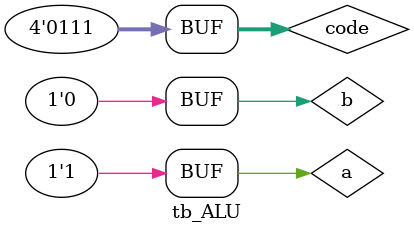
<source format=v>
`timescale 1ns / 1ps


module tb_ALU;

	// Inputs
	reg a;
	reg b;
	reg [3:0] code;

	// Outputs
	wire [3:0] ans;

	// Instantiate the Unit Under Test (UUT)
	ALU uut (
		.a(a), 
		.b(b), 
		.code(code), 
		.ans(ans)
	);

	initial begin
		// Initialize Inputs
		a = 0;
		b = 0;
		code = 0;

		// Wait 100 ns for global reset to finish
		#100;
        a=1;
		  b=1;
		  code=1;
		
		#100;
			a=0;
			b=1;
			code=5;
			
		#100;
			a=1;
			b=1;
			code=3;
		
		#100;
			a=1;
			b=0;
			code=7;
		// Add stimulus here

	end
      
endmodule


</source>
